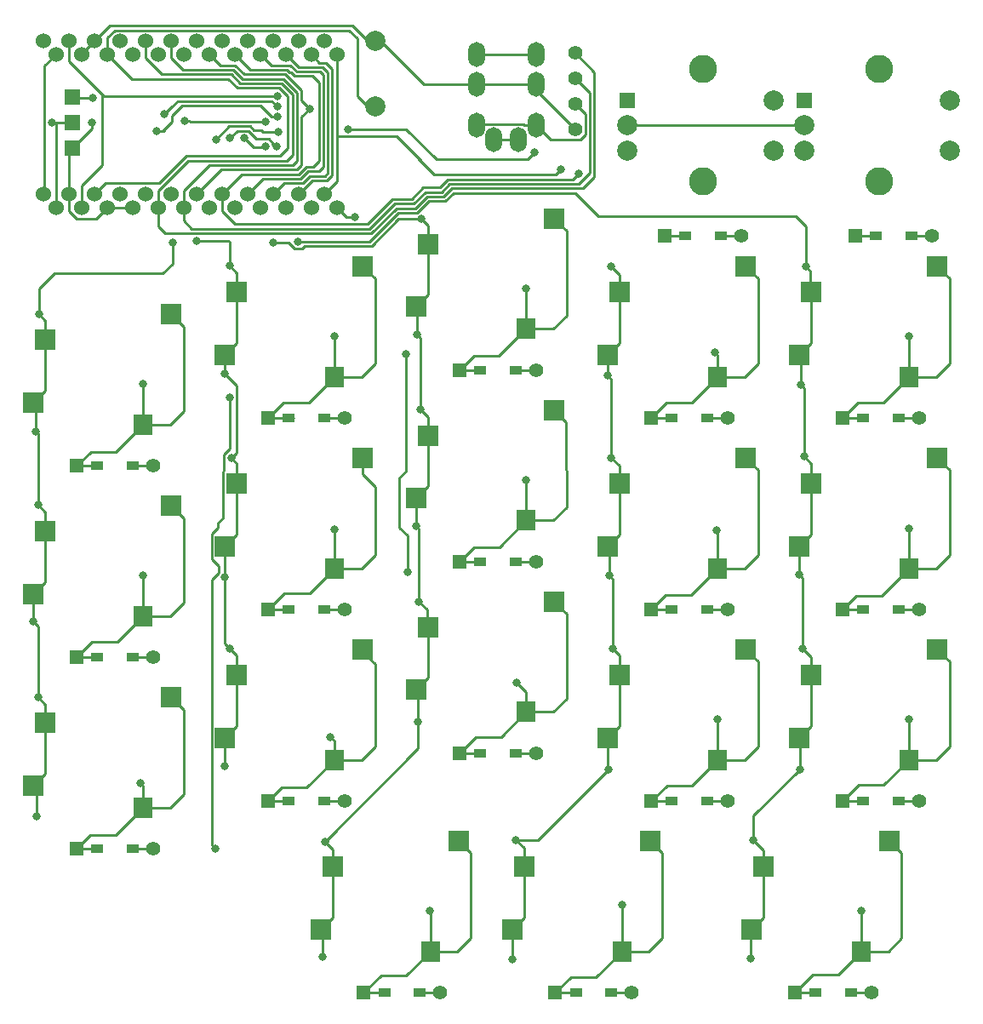
<source format=gbl>
G04 #@! TF.GenerationSoftware,KiCad,Pcbnew,(5.1.6-0-10_14)*
G04 #@! TF.CreationDate,2022-07-31T09:25:34+09:00*
G04 #@! TF.ProjectId,cool536,636f6f6c-3533-4362-9e6b-696361645f70,rev?*
G04 #@! TF.SameCoordinates,Original*
G04 #@! TF.FileFunction,Copper,L2,Bot*
G04 #@! TF.FilePolarity,Positive*
%FSLAX46Y46*%
G04 Gerber Fmt 4.6, Leading zero omitted, Abs format (unit mm)*
G04 Created by KiCad (PCBNEW (5.1.6-0-10_14)) date 2022-07-31 09:25:34*
%MOMM*%
%LPD*%
G01*
G04 APERTURE LIST*
G04 #@! TA.AperFunction,SMDPad,CuDef*
%ADD10R,2.000000X2.000000*%
G04 #@! TD*
G04 #@! TA.AperFunction,SMDPad,CuDef*
%ADD11R,1.900000X2.000000*%
G04 #@! TD*
G04 #@! TA.AperFunction,ComponentPad*
%ADD12C,2.000000*%
G04 #@! TD*
G04 #@! TA.AperFunction,SMDPad,CuDef*
%ADD13R,1.300000X0.950000*%
G04 #@! TD*
G04 #@! TA.AperFunction,ComponentPad*
%ADD14C,1.397000*%
G04 #@! TD*
G04 #@! TA.AperFunction,ComponentPad*
%ADD15R,1.397000X1.397000*%
G04 #@! TD*
G04 #@! TA.AperFunction,ComponentPad*
%ADD16O,1.700000X2.500000*%
G04 #@! TD*
G04 #@! TA.AperFunction,ComponentPad*
%ADD17R,1.500000X1.500000*%
G04 #@! TD*
G04 #@! TA.AperFunction,ComponentPad*
%ADD18C,2.800000*%
G04 #@! TD*
G04 #@! TA.AperFunction,SMDPad,CuDef*
%ADD19R,1.524000X1.524000*%
G04 #@! TD*
G04 #@! TA.AperFunction,ComponentPad*
%ADD20C,1.524000*%
G04 #@! TD*
G04 #@! TA.AperFunction,ViaPad*
%ADD21C,0.800000*%
G04 #@! TD*
G04 #@! TA.AperFunction,Conductor*
%ADD22C,0.250000*%
G04 #@! TD*
G04 APERTURE END LIST*
D10*
X93250000Y-91790000D03*
X80750000Y-94330000D03*
D11*
X90450000Y-102770000D03*
D10*
X79550000Y-100570000D03*
X41450000Y-91045000D03*
D11*
X52350000Y-93245000D03*
D10*
X42650000Y-84805000D03*
X55150000Y-82265000D03*
X74200000Y-77502500D03*
X61700000Y-80042500D03*
D11*
X71400000Y-88482500D03*
D10*
X60500000Y-86282500D03*
D12*
X75460000Y-36040000D03*
X75460000Y-42540000D03*
D13*
X70375000Y-73532499D03*
D14*
X72410000Y-73532499D03*
D15*
X64790000Y-73532499D03*
D13*
X66825000Y-73532499D03*
D16*
X87250000Y-45870000D03*
X91450000Y-44370000D03*
X91450000Y-40370000D03*
X91450000Y-37370000D03*
X85500000Y-40370000D03*
X85500000Y-37370000D03*
X89700000Y-45870000D03*
X85500000Y-44370000D03*
D10*
X112300000Y-77502500D03*
X99800000Y-80042500D03*
D11*
X109500000Y-88482500D03*
D10*
X98600000Y-86282500D03*
X89075000Y-124382500D03*
D11*
X99975000Y-126582500D03*
D10*
X90275000Y-118142500D03*
X102775000Y-115602500D03*
X70025000Y-124382500D03*
D11*
X80925000Y-126582500D03*
D10*
X71225000Y-118142500D03*
X83725000Y-115602500D03*
X131350000Y-96552500D03*
X118850000Y-99092500D03*
D11*
X128550000Y-107532500D03*
D10*
X117650000Y-105332500D03*
X131350000Y-58452499D03*
X118850000Y-60992499D03*
D11*
X128550000Y-69432499D03*
D10*
X117650000Y-67232499D03*
X60500000Y-105332500D03*
D11*
X71400000Y-107532500D03*
D10*
X61700000Y-99092500D03*
X74200000Y-96552500D03*
X112300000Y-96552500D03*
X99800000Y-99092500D03*
D11*
X109500000Y-107532500D03*
D10*
X98600000Y-105332500D03*
X131350000Y-77502500D03*
X118850000Y-80042500D03*
D11*
X128550000Y-88482500D03*
D10*
X117650000Y-86282500D03*
X55150000Y-101315000D03*
X42650000Y-103855000D03*
D11*
X52350000Y-112295000D03*
D10*
X41450000Y-110095000D03*
X93250000Y-72740000D03*
X80750000Y-75280000D03*
D11*
X90450000Y-83720000D03*
D10*
X79550000Y-81520000D03*
D13*
X108475000Y-92582500D03*
D14*
X110510000Y-92582500D03*
D15*
X102890000Y-92582500D03*
D13*
X104925000Y-92582500D03*
X127525000Y-92582500D03*
D14*
X129560000Y-92582500D03*
D15*
X121940000Y-92582500D03*
D13*
X123975000Y-92582500D03*
X98950000Y-130682500D03*
D14*
X100985000Y-130682500D03*
D15*
X93365000Y-130682500D03*
D13*
X95400000Y-130682500D03*
X122763000Y-130682500D03*
D14*
X124798000Y-130682500D03*
D15*
X117178000Y-130682500D03*
D13*
X119213000Y-130682500D03*
D14*
X111830000Y-55420000D03*
D15*
X104210000Y-55420000D03*
D13*
X106245000Y-55420000D03*
X109795000Y-55420000D03*
D14*
X130870000Y-55400000D03*
D15*
X123250000Y-55400000D03*
D13*
X125285000Y-55400000D03*
X128835000Y-55400000D03*
D17*
X118090000Y-41910000D03*
D12*
X118090000Y-44410000D03*
X118090000Y-46910000D03*
D18*
X125590000Y-38810000D03*
X125590000Y-50010000D03*
D12*
X132590000Y-41910000D03*
X132590000Y-46910000D03*
D17*
X100560000Y-41910000D03*
D12*
X100560000Y-44410000D03*
X100560000Y-46910000D03*
D18*
X108060000Y-38810000D03*
X108060000Y-50010000D03*
D12*
X115060000Y-41910000D03*
X115060000Y-46910000D03*
D13*
X51325000Y-116395000D03*
D14*
X53360000Y-116395000D03*
D15*
X45740000Y-116395000D03*
D13*
X47775000Y-116395000D03*
D19*
X45300000Y-46680000D03*
X45300000Y-44140000D03*
X45300000Y-41600000D03*
D13*
X89425000Y-68770000D03*
D14*
X91460000Y-68770000D03*
D15*
X83840000Y-68770000D03*
D13*
X85875000Y-68770000D03*
X108475000Y-73532499D03*
D14*
X110510000Y-73532499D03*
D15*
X102890000Y-73532499D03*
D13*
X104925000Y-73532499D03*
X51325000Y-97345000D03*
D14*
X53360000Y-97345000D03*
D15*
X45740000Y-97345000D03*
D13*
X47775000Y-97345000D03*
X127525000Y-73532499D03*
D14*
X129560000Y-73532499D03*
D15*
X121940000Y-73532499D03*
D13*
X123975000Y-73532499D03*
X89425000Y-87820000D03*
D14*
X91460000Y-87820000D03*
D15*
X83840000Y-87820000D03*
D13*
X85875000Y-87820000D03*
X70375000Y-92582500D03*
D14*
X72410000Y-92582500D03*
D15*
X64790000Y-92582500D03*
D13*
X66825000Y-92582500D03*
X70375000Y-111632500D03*
D14*
X72410000Y-111632500D03*
D15*
X64790000Y-111632500D03*
D13*
X66825000Y-111632500D03*
X89425000Y-106870000D03*
D14*
X91460000Y-106870000D03*
D15*
X83840000Y-106870000D03*
D13*
X85875000Y-106870000D03*
X108475000Y-111632500D03*
D14*
X110510000Y-111632500D03*
D15*
X102890000Y-111632500D03*
D13*
X104925000Y-111632500D03*
X127525000Y-111632500D03*
D14*
X129560000Y-111632500D03*
D15*
X121940000Y-111632500D03*
D13*
X123975000Y-111632500D03*
X79900000Y-130682500D03*
D14*
X81935000Y-130682500D03*
D15*
X74315000Y-130682500D03*
D13*
X76350000Y-130682500D03*
D14*
X95330000Y-44820000D03*
X95330000Y-42280000D03*
X95330000Y-39740000D03*
X95330000Y-37200000D03*
D20*
X43692000Y-37360000D03*
X46232000Y-37360000D03*
X48772000Y-37360000D03*
X51312000Y-37360000D03*
X53852000Y-37360000D03*
X56392000Y-37360000D03*
X58932000Y-37360000D03*
X61472000Y-37360000D03*
X64012000Y-37360000D03*
X66552000Y-37360000D03*
X69092000Y-37360000D03*
X71632000Y-37360000D03*
X71632000Y-52600000D03*
X69092000Y-52600000D03*
X66552000Y-52600000D03*
X64012000Y-52600000D03*
X61472000Y-52600000D03*
X58932000Y-52600000D03*
X56392000Y-52600000D03*
X53852000Y-52600000D03*
X51312000Y-52600000D03*
X48772000Y-52600000D03*
X46232000Y-52600000D03*
X43692000Y-52600000D03*
X42422000Y-36053600D03*
X44962000Y-36053600D03*
X47502000Y-36053600D03*
X50042000Y-36053600D03*
X52582000Y-36053600D03*
X55122000Y-36053600D03*
X57662000Y-36053600D03*
X60202000Y-36053600D03*
X62742000Y-36053600D03*
X65282000Y-36053600D03*
X67822000Y-36053600D03*
X70362000Y-36053600D03*
X70362000Y-51273600D03*
X67822000Y-51273600D03*
X65282000Y-51273600D03*
X62742000Y-51273600D03*
X60202000Y-51273600D03*
X57662000Y-51273600D03*
X55122000Y-51273600D03*
X52582000Y-51273600D03*
X50042000Y-51273600D03*
X47502000Y-51273600D03*
X44962000Y-51273600D03*
X42422000Y-51273600D03*
D13*
X51325000Y-78295000D03*
D14*
X53360000Y-78295000D03*
D15*
X45740000Y-78295000D03*
D13*
X47775000Y-78295000D03*
D10*
X126588000Y-115602500D03*
X114088000Y-118142500D03*
D11*
X123788000Y-126582500D03*
D10*
X112888000Y-124382500D03*
X60500000Y-67232499D03*
D11*
X71400000Y-69432499D03*
D10*
X61700000Y-60992499D03*
X74200000Y-58452499D03*
X79550000Y-62470000D03*
D11*
X90450000Y-64670000D03*
D10*
X80750000Y-56230000D03*
X93250000Y-53690000D03*
X98600000Y-67232499D03*
D11*
X109500000Y-69432499D03*
D10*
X99800000Y-60992499D03*
X112300000Y-58452499D03*
X41450000Y-71995000D03*
D11*
X52350000Y-74195000D03*
D10*
X42650000Y-65755000D03*
X55150000Y-63215000D03*
D21*
X52350001Y-70169999D03*
X71387498Y-65407498D03*
X90475001Y-60644999D03*
X109240000Y-67020000D03*
X128577498Y-65407498D03*
X52309999Y-89219999D03*
X71400000Y-84650000D03*
X90474999Y-79694999D03*
X109425000Y-84695000D03*
X128550000Y-84490000D03*
X52101999Y-109841999D03*
X70995749Y-105235749D03*
X89515000Y-99815000D03*
X109467499Y-103507499D03*
X128527499Y-103507499D03*
X80917499Y-122557499D03*
X99987501Y-121957501D03*
X123767499Y-122557499D03*
X73450000Y-53534990D03*
X78643501Y-88843501D03*
X78500000Y-67200000D03*
X60970000Y-71460000D03*
X59525000Y-116395000D03*
X95667158Y-49202842D03*
X53700000Y-44970000D03*
X65700102Y-43535359D03*
X47340000Y-41670000D03*
X47260000Y-44110000D03*
X65745552Y-41536497D03*
X43280000Y-44140000D03*
X64520000Y-44020000D03*
X72770000Y-44780000D03*
X91280000Y-47094980D03*
X56490000Y-43990000D03*
X65835858Y-45054142D03*
X59590000Y-45800000D03*
X54470000Y-43266990D03*
X41940000Y-101330000D03*
X41700000Y-74880000D03*
X55300000Y-56060000D03*
X41390000Y-93730000D03*
X41900000Y-82150000D03*
X65697833Y-42535360D03*
X42000000Y-63210000D03*
X41730000Y-113190000D03*
X65630000Y-46540000D03*
X60990000Y-45695000D03*
X64520000Y-46500000D03*
X62380000Y-45695000D03*
X68910000Y-42780000D03*
X60510000Y-89360000D03*
X60980000Y-96430000D03*
X60950000Y-58380000D03*
X61120000Y-77540000D03*
X60510000Y-108180000D03*
X57710000Y-55885010D03*
X60490000Y-69080000D03*
X70220000Y-127080000D03*
X79550000Y-84250000D03*
X79810000Y-91790000D03*
X79700000Y-103740000D03*
X65280000Y-56100000D03*
X80070000Y-53740000D03*
X70450000Y-115660000D03*
X79610000Y-65240000D03*
X79910000Y-72670000D03*
X117750000Y-70210000D03*
X118100000Y-77360000D03*
X67790000Y-55960000D03*
X117620000Y-89120000D03*
X113070000Y-115480000D03*
X112830000Y-127280000D03*
X117670000Y-108450000D03*
X118262499Y-58452499D03*
X117960000Y-96450000D03*
X93905000Y-48815000D03*
X89470000Y-115510000D03*
X99100000Y-96470000D03*
X98710000Y-89200000D03*
X98952500Y-77502500D03*
X98640000Y-108520000D03*
X98900000Y-58420000D03*
X98590000Y-69330000D03*
X89050000Y-127360000D03*
D22*
X55051002Y-74195000D02*
X56375001Y-72871001D01*
X56375001Y-64440001D02*
X55150000Y-63215000D01*
X52350000Y-74195000D02*
X55051002Y-74195000D01*
X56375001Y-72871001D02*
X56375001Y-64440001D01*
X52350000Y-74195000D02*
X49665000Y-76880000D01*
X47155000Y-76880000D02*
X45740000Y-78295000D01*
X49665000Y-76880000D02*
X47155000Y-76880000D01*
X45740000Y-78295000D02*
X47775000Y-78295000D01*
X52350001Y-72944999D02*
X52350001Y-70169999D01*
X52350000Y-74195000D02*
X52350001Y-72944999D01*
X71400000Y-69432499D02*
X68862499Y-71970000D01*
X68862499Y-71970000D02*
X66352499Y-71970000D01*
X66352499Y-71970000D02*
X64790000Y-73532499D01*
X64790000Y-73532499D02*
X67337501Y-73532499D01*
X74200000Y-58452499D02*
X75425001Y-59677500D01*
X75425001Y-59677500D02*
X75425001Y-68108500D01*
X74101002Y-69432499D02*
X71400000Y-69432499D01*
X75425001Y-68108500D02*
X74101002Y-69432499D01*
X71400000Y-69432499D02*
X71400000Y-65420000D01*
X71400000Y-65420000D02*
X71387498Y-65407498D01*
X94475001Y-63346001D02*
X93151002Y-64670000D01*
X94475001Y-54915001D02*
X94475001Y-63346001D01*
X93250000Y-53690000D02*
X94475001Y-54915001D01*
X93151002Y-64670000D02*
X90450000Y-64670000D01*
X90450000Y-60670000D02*
X90475001Y-60644999D01*
X90450000Y-64670000D02*
X90450000Y-60670000D01*
X87760000Y-67360000D02*
X85250000Y-67360000D01*
X85250000Y-67360000D02*
X83840000Y-68770000D01*
X90450000Y-64670000D02*
X87760000Y-67360000D01*
X83840000Y-68770000D02*
X85875000Y-68770000D01*
X104432499Y-71990000D02*
X102890000Y-73532499D01*
X102890000Y-73532499D02*
X104925000Y-73532499D01*
X106942499Y-71990000D02*
X104432499Y-71990000D01*
X109500000Y-69432499D02*
X106942499Y-71990000D01*
X113525001Y-59677500D02*
X113525001Y-68108500D01*
X112300000Y-58452499D02*
X113525001Y-59677500D01*
X113525001Y-68108500D02*
X112201002Y-69432499D01*
X112201002Y-69432499D02*
X109500000Y-69432499D01*
X109500000Y-67280000D02*
X109240000Y-67020000D01*
X109500000Y-69432499D02*
X109500000Y-67280000D01*
X128550000Y-65434996D02*
X128577498Y-65407498D01*
X128550000Y-69432499D02*
X128550000Y-65434996D01*
X131350000Y-58452499D02*
X132575001Y-59677500D01*
X131251002Y-69432499D02*
X128550000Y-69432499D01*
X132575001Y-59677500D02*
X132575001Y-68108500D01*
X121940000Y-73532499D02*
X123975000Y-73532499D01*
X132575001Y-68108500D02*
X131251002Y-69432499D01*
X123462499Y-72010000D02*
X121940000Y-73532499D01*
X128550000Y-69432499D02*
X125972499Y-72010000D01*
X125972499Y-72010000D02*
X123462499Y-72010000D01*
X55051002Y-93245000D02*
X52350000Y-93245000D01*
X56375001Y-91921001D02*
X55051002Y-93245000D01*
X56375001Y-83490001D02*
X56375001Y-91921001D01*
X55150000Y-82265000D02*
X56375001Y-83490001D01*
X52350000Y-93245000D02*
X52350000Y-89260000D01*
X52350000Y-89260000D02*
X52309999Y-89219999D01*
X45740000Y-97345000D02*
X47775000Y-97345000D01*
X47265000Y-95820000D02*
X45740000Y-97345000D01*
X49775000Y-95820000D02*
X47265000Y-95820000D01*
X52350000Y-93245000D02*
X49775000Y-95820000D01*
X64790000Y-92582500D02*
X66825000Y-92582500D01*
X71400000Y-88482500D02*
X71400000Y-84650000D01*
X68902500Y-90980000D02*
X66392500Y-90980000D01*
X66392500Y-90980000D02*
X64790000Y-92582500D01*
X74200000Y-77502500D02*
X74200000Y-79131498D01*
X74101002Y-88482500D02*
X71400000Y-88482500D01*
X74200000Y-79131498D02*
X75425001Y-80356499D01*
X75425001Y-80356499D02*
X75425001Y-87158501D01*
X75425001Y-87158501D02*
X74101002Y-88482500D01*
X71400000Y-88482500D02*
X68902500Y-90980000D01*
X83840000Y-87820000D02*
X85875000Y-87820000D01*
X85270000Y-86390000D02*
X83840000Y-87820000D01*
X87780000Y-86390000D02*
X85270000Y-86390000D01*
X93250000Y-72740000D02*
X94425001Y-73915001D01*
X94425001Y-73915001D02*
X94425001Y-78704999D01*
X94475001Y-78754999D02*
X94475001Y-82396001D01*
X94425001Y-78704999D02*
X94475001Y-78754999D01*
X94475001Y-82396001D02*
X93151002Y-83720000D01*
X93151002Y-83720000D02*
X90450000Y-83720000D01*
X90450000Y-83720000D02*
X87780000Y-86390000D01*
X90450000Y-83720000D02*
X90450000Y-79719998D01*
X90450000Y-79719998D02*
X90474999Y-79694999D01*
X109500000Y-84770000D02*
X109425000Y-84695000D01*
X106842500Y-91140000D02*
X104332500Y-91140000D01*
X104332500Y-91140000D02*
X102890000Y-92582500D01*
X113525001Y-87158501D02*
X112201002Y-88482500D01*
X112300000Y-77502500D02*
X113525001Y-78727501D01*
X113525001Y-78727501D02*
X113525001Y-87158501D01*
X112201002Y-88482500D02*
X109500000Y-88482500D01*
X102890000Y-92582500D02*
X104925000Y-92582500D01*
X109500000Y-88482500D02*
X106842500Y-91140000D01*
X109500000Y-88482500D02*
X109500000Y-84770000D01*
X128550000Y-88482500D02*
X125842500Y-91190000D01*
X121940000Y-92582500D02*
X123975000Y-92582500D01*
X125842500Y-91190000D02*
X123332500Y-91190000D01*
X123332500Y-91190000D02*
X121940000Y-92582500D01*
X132575001Y-87158501D02*
X131251002Y-88482500D01*
X132575001Y-78727501D02*
X132575001Y-87158501D01*
X131350000Y-77502500D02*
X132575001Y-78727501D01*
X131251002Y-88482500D02*
X128550000Y-88482500D01*
X128550000Y-88482500D02*
X128550000Y-84490000D01*
X56375001Y-110971001D02*
X55051002Y-112295000D01*
X55051002Y-112295000D02*
X52350000Y-112295000D01*
X56375001Y-102540001D02*
X56375001Y-110971001D01*
X55150000Y-101315000D02*
X56375001Y-102540001D01*
X49595000Y-115050000D02*
X47085000Y-115050000D01*
X47085000Y-115050000D02*
X45740000Y-116395000D01*
X52350000Y-110090000D02*
X52101999Y-109841999D01*
X52350000Y-112295000D02*
X52350000Y-110090000D01*
X45740000Y-116395000D02*
X47775000Y-116395000D01*
X52350000Y-112295000D02*
X49595000Y-115050000D01*
X66132500Y-110290000D02*
X64790000Y-111632500D01*
X68642500Y-110290000D02*
X66132500Y-110290000D01*
X71400000Y-107532500D02*
X68642500Y-110290000D01*
X74101002Y-107532500D02*
X71400000Y-107532500D01*
X74200000Y-96790000D02*
X75425001Y-98015001D01*
X75425001Y-98015001D02*
X75425001Y-106208501D01*
X75425001Y-106208501D02*
X74101002Y-107532500D01*
X74200000Y-96552500D02*
X74200000Y-96790000D01*
X64790000Y-111632500D02*
X66825000Y-111632500D01*
X71400000Y-107532500D02*
X71400000Y-105640000D01*
X71400000Y-105640000D02*
X70995749Y-105235749D01*
X90450000Y-100750000D02*
X89515000Y-99815000D01*
X90450000Y-102770000D02*
X90450000Y-100750000D01*
X83840000Y-106870000D02*
X85875000Y-106870000D01*
X87960000Y-105260000D02*
X85450000Y-105260000D01*
X94475001Y-101446001D02*
X93151002Y-102770000D01*
X93151002Y-102770000D02*
X90450000Y-102770000D01*
X93250000Y-91790000D02*
X94475001Y-93015001D01*
X94475001Y-93015001D02*
X94475001Y-101446001D01*
X85450000Y-105260000D02*
X83840000Y-106870000D01*
X90450000Y-102770000D02*
X87960000Y-105260000D01*
X109500000Y-107532500D02*
X109500000Y-103540000D01*
X109500000Y-103540000D02*
X109467499Y-103507499D01*
X102890000Y-111632500D02*
X104925000Y-111632500D01*
X109500000Y-107532500D02*
X106972500Y-110060000D01*
X112201002Y-107532500D02*
X109500000Y-107532500D01*
X112300000Y-96552500D02*
X113525001Y-97777501D01*
X113525001Y-106208501D02*
X112201002Y-107532500D01*
X113525001Y-97777501D02*
X113525001Y-106208501D01*
X104462500Y-110060000D02*
X102890000Y-111632500D01*
X106972500Y-110060000D02*
X104462500Y-110060000D01*
X128550000Y-107532500D02*
X128550000Y-103530000D01*
X128550000Y-103530000D02*
X128527499Y-103507499D01*
X128550000Y-107532500D02*
X126042500Y-110040000D01*
X121940000Y-111632500D02*
X123975000Y-111632500D01*
X123532500Y-110040000D02*
X121940000Y-111632500D01*
X132575001Y-97777501D02*
X132575001Y-106208501D01*
X132575001Y-106208501D02*
X131251002Y-107532500D01*
X126042500Y-110040000D02*
X123532500Y-110040000D01*
X131350000Y-96552500D02*
X132575001Y-97777501D01*
X131251002Y-107532500D02*
X128550000Y-107532500D01*
X80925000Y-126582500D02*
X80925000Y-122565000D01*
X80925000Y-122565000D02*
X80917499Y-122557499D01*
X76037500Y-128960000D02*
X74315000Y-130682500D01*
X80925000Y-126582500D02*
X78547500Y-128960000D01*
X78547500Y-128960000D02*
X76037500Y-128960000D01*
X83725000Y-115602500D02*
X84950001Y-116827501D01*
X83626002Y-126582500D02*
X80925000Y-126582500D01*
X84950001Y-125258501D02*
X83626002Y-126582500D01*
X84950001Y-116827501D02*
X84950001Y-125258501D01*
X74315000Y-130682500D02*
X76350000Y-130682500D01*
X93365000Y-130682500D02*
X95400000Y-130682500D01*
X99975000Y-121970002D02*
X99987501Y-121957501D01*
X99975000Y-126582500D02*
X99975000Y-121970002D01*
X94907500Y-129140000D02*
X93365000Y-130682500D01*
X99975000Y-126582500D02*
X97417500Y-129140000D01*
X97417500Y-129140000D02*
X94907500Y-129140000D01*
X102676002Y-126582500D02*
X99975000Y-126582500D01*
X104000001Y-116827501D02*
X104000001Y-125258501D01*
X104000001Y-125258501D02*
X102676002Y-126582500D01*
X102775000Y-115602500D02*
X104000001Y-116827501D01*
X127813001Y-116827501D02*
X127813001Y-125258501D01*
X127813001Y-125258501D02*
X126489002Y-126582500D01*
X126588000Y-115602500D02*
X127813001Y-116827501D01*
X126489002Y-126582500D02*
X123788000Y-126582500D01*
X123788000Y-122578000D02*
X123767499Y-122557499D01*
X123788000Y-126582500D02*
X123788000Y-122578000D01*
X121510500Y-128860000D02*
X119000500Y-128860000D01*
X119000500Y-128860000D02*
X117178000Y-130682500D01*
X117178000Y-130682500D02*
X119213000Y-130682500D01*
X123788000Y-126582500D02*
X121510500Y-128860000D01*
X106245000Y-55420000D02*
X104210000Y-55420000D01*
X125285000Y-55400000D02*
X123250000Y-55400000D01*
X75460000Y-42540000D02*
X74670000Y-42540000D01*
X48772000Y-35714838D02*
X48772000Y-37360000D01*
X49520239Y-34966599D02*
X48772000Y-35714838D01*
X60847031Y-39797031D02*
X51209030Y-39797030D01*
X66761920Y-41527560D02*
X65931409Y-40697049D01*
X53963829Y-50186599D02*
X56663889Y-47486539D01*
X47502000Y-51273600D02*
X48589001Y-50186599D01*
X48589001Y-50186599D02*
X53963829Y-50186599D01*
X66761920Y-46718080D02*
X66761920Y-41527560D01*
X56663889Y-47486539D02*
X65993461Y-47486539D01*
X61747049Y-40697049D02*
X60847031Y-39797031D01*
X65931409Y-40697049D02*
X61747049Y-40697049D01*
X51209030Y-39797030D02*
X48772000Y-37360000D01*
X65993461Y-47486539D02*
X66761920Y-46718080D01*
X72836599Y-34966599D02*
X49520239Y-34966599D01*
X73660000Y-41530000D02*
X73660000Y-35790000D01*
X73660000Y-35790000D02*
X72836599Y-34966599D01*
X74670000Y-42540000D02*
X73660000Y-41530000D01*
X51325000Y-78295000D02*
X53360000Y-78295000D01*
X71632000Y-52600000D02*
X72542000Y-53510000D01*
X70375000Y-73532499D02*
X72410000Y-73532499D01*
X127525000Y-73532499D02*
X129560000Y-73532499D01*
X108475000Y-73532499D02*
X110510000Y-73532499D01*
X89425000Y-68770000D02*
X91460000Y-68770000D01*
X73425010Y-53510000D02*
X73450000Y-53534990D01*
X72542000Y-53510000D02*
X73425010Y-53510000D01*
X108475000Y-92582500D02*
X110510000Y-92582500D01*
X89425000Y-87820000D02*
X91460000Y-87820000D01*
X78500000Y-67200000D02*
X78500000Y-78850000D01*
X77860000Y-84450000D02*
X78643501Y-85233501D01*
X78643501Y-85233501D02*
X78643501Y-88843501D01*
X127525000Y-92582500D02*
X129560000Y-92582500D01*
X70375000Y-92582500D02*
X72410000Y-92582500D01*
X78500000Y-78850000D02*
X77860000Y-79490000D01*
X77860000Y-79490000D02*
X77860000Y-84450000D01*
X51325000Y-97345000D02*
X53360000Y-97345000D01*
X70281970Y-48558030D02*
X70281970Y-39371970D01*
X68047001Y-49736589D02*
X68773600Y-49009990D01*
X70281970Y-39371970D02*
X69990009Y-39080009D01*
X68773600Y-49009990D02*
X69830010Y-49009990D01*
X69990009Y-39080009D02*
X67635598Y-39080008D01*
X67635598Y-39080008D02*
X67002591Y-38447001D01*
X64279011Y-49736589D02*
X68047001Y-49736589D01*
X67002591Y-38447001D02*
X65099001Y-38447001D01*
X62742000Y-51273600D02*
X64279011Y-49736589D01*
X65099001Y-38447001D02*
X64012000Y-37360000D01*
X69830010Y-49009990D02*
X70281970Y-48558030D01*
X108475000Y-111632500D02*
X110510000Y-111632500D01*
X59773749Y-83986251D02*
X60340000Y-83420000D01*
X59773749Y-84423749D02*
X59174999Y-85022499D01*
X59773749Y-84423749D02*
X59773749Y-83986251D01*
X60340000Y-78917498D02*
X60340000Y-83420000D01*
X89425000Y-106870000D02*
X91460000Y-106870000D01*
X51325000Y-116395000D02*
X53360000Y-116395000D01*
X60394999Y-77185001D02*
X60394999Y-78762499D01*
X59860000Y-88936998D02*
X59174999Y-89621999D01*
X60394999Y-78762499D02*
X60290000Y-78867498D01*
X59860000Y-88227502D02*
X59860000Y-88936998D01*
X59174999Y-87542501D02*
X59860000Y-88227502D01*
X59174999Y-85022499D02*
X59174999Y-87542501D01*
X60970000Y-76610000D02*
X60394999Y-77185001D01*
X59174999Y-116044999D02*
X59525000Y-116395000D01*
X59174999Y-89621999D02*
X59174999Y-116044999D01*
X127525000Y-111632500D02*
X129560000Y-111632500D01*
X70375000Y-111632500D02*
X72410000Y-111632500D01*
X60290000Y-78867498D02*
X60340000Y-78917498D01*
X60970000Y-71460000D02*
X60970000Y-76610000D01*
X60202000Y-52938762D02*
X61523228Y-54259990D01*
X61523228Y-54259990D02*
X74693600Y-54259990D01*
X74693600Y-54259990D02*
X77192210Y-51761380D01*
X77192210Y-51761380D02*
X79066388Y-51761380D01*
X60202000Y-51273600D02*
X60202000Y-52938762D01*
X79066388Y-51761380D02*
X80237768Y-50590000D01*
X80237768Y-50590000D02*
X81873590Y-50590000D01*
X81873590Y-50590000D02*
X82672210Y-49791380D01*
X82672210Y-49791380D02*
X95078620Y-49791380D01*
X95078620Y-49791380D02*
X95667158Y-49202842D01*
X98950000Y-130682500D02*
X100985000Y-130682500D01*
X68587200Y-48559980D02*
X69260020Y-48559980D01*
X63009011Y-38897011D02*
X61472000Y-37360000D01*
X66677011Y-38897011D02*
X63009011Y-38897011D01*
X69831960Y-40181960D02*
X69180018Y-39530018D01*
X67860601Y-49286579D02*
X68587200Y-48559980D01*
X67449197Y-39530017D02*
X67069180Y-39150000D01*
X69180018Y-39530018D02*
X67449197Y-39530017D01*
X69831960Y-47988040D02*
X69831960Y-40181960D01*
X67069180Y-39150000D02*
X66930000Y-39150000D01*
X69260020Y-48559980D02*
X69831960Y-47988040D01*
X66930000Y-39150000D02*
X66677011Y-38897011D01*
X62189021Y-49286579D02*
X67860601Y-49286579D01*
X60202000Y-51273600D02*
X62189021Y-49286579D01*
X79900000Y-130682500D02*
X81935000Y-130682500D01*
X122763000Y-130682500D02*
X124798000Y-130682500D01*
X130870000Y-55400000D02*
X128835000Y-55400000D01*
X111830000Y-55420000D02*
X109795000Y-55420000D01*
X87250000Y-45870000D02*
X89700000Y-45870000D01*
X91450000Y-44370000D02*
X90261715Y-44370000D01*
X90261715Y-44370000D02*
X90186705Y-44294990D01*
X90186705Y-44294990D02*
X85575010Y-44294990D01*
X85575010Y-44294990D02*
X85500000Y-44370000D01*
X95821281Y-45843501D02*
X92923501Y-45843501D01*
X92923501Y-45843501D02*
X91450000Y-44370000D01*
X64035575Y-42436517D02*
X56253483Y-42436517D01*
X65700102Y-43535359D02*
X65134417Y-43535359D01*
X65134417Y-43535359D02*
X64035575Y-42436517D01*
X53700000Y-44970000D02*
X54450000Y-44970000D01*
X54265685Y-44970000D02*
X53700000Y-44970000D01*
X55195001Y-44040684D02*
X54265685Y-44970000D01*
X56253483Y-42436517D02*
X55195001Y-43494999D01*
X55195001Y-43494999D02*
X55195001Y-44040684D01*
X96353501Y-43303501D02*
X96353501Y-45311281D01*
X95330000Y-42280000D02*
X96353501Y-43303501D01*
X96353501Y-45311281D02*
X95821281Y-45843501D01*
X47340000Y-41670000D02*
X45370000Y-41670000D01*
X45370000Y-41670000D02*
X45300000Y-41600000D01*
X91450000Y-40370000D02*
X91450000Y-40940000D01*
X91450000Y-40940000D02*
X95330000Y-44820000D01*
X85500000Y-40370000D02*
X91450000Y-40370000D01*
X80270000Y-40370000D02*
X75940000Y-36040000D01*
X75940000Y-36040000D02*
X75460000Y-36040000D01*
X85500000Y-40370000D02*
X80270000Y-40370000D01*
X73206590Y-34516590D02*
X74730000Y-36040000D01*
X74730000Y-36040000D02*
X75460000Y-36040000D01*
X49039010Y-34516590D02*
X73016590Y-34516590D01*
X73016590Y-34516590D02*
X73206590Y-34516590D01*
X118090000Y-44410000D02*
X100560000Y-44410000D01*
X48772000Y-52600000D02*
X51312000Y-52600000D01*
X46232000Y-37323600D02*
X47502000Y-36053600D01*
X46232000Y-37360000D02*
X46232000Y-37323600D01*
X47502000Y-36053600D02*
X49039010Y-34516590D01*
X44962000Y-51273600D02*
X44962000Y-49912000D01*
X44962000Y-49912000D02*
X44962000Y-47018000D01*
X45710239Y-53687001D02*
X47684999Y-53687001D01*
X47684999Y-53687001D02*
X48772000Y-52600000D01*
X44962000Y-51273600D02*
X44962000Y-52938762D01*
X44962000Y-52938762D02*
X45710239Y-53687001D01*
X45300000Y-46680000D02*
X47260000Y-44720000D01*
X47260000Y-44720000D02*
X47260000Y-44110000D01*
X44962000Y-47018000D02*
X45300000Y-46680000D01*
X85500000Y-37370000D02*
X91450000Y-37370000D01*
X48321990Y-48348010D02*
X48321990Y-42541990D01*
X48321990Y-42541990D02*
X48321990Y-41391990D01*
X44962000Y-38032000D02*
X44962000Y-36053600D01*
X46232000Y-52600000D02*
X46232000Y-50438000D01*
X46232000Y-50438000D02*
X48321990Y-48348010D01*
X48466497Y-41536497D02*
X48180000Y-41250000D01*
X65745552Y-41536497D02*
X48466497Y-41536497D01*
X48180000Y-41250000D02*
X44962000Y-38032000D01*
X48321990Y-41391990D02*
X48180000Y-41250000D01*
X43692000Y-45882000D02*
X43692000Y-44268000D01*
X43692000Y-45882000D02*
X43692000Y-45748000D01*
X43692000Y-52600000D02*
X43692000Y-45882000D01*
X43280000Y-44140000D02*
X43820000Y-44140000D01*
X43692000Y-44268000D02*
X43820000Y-44140000D01*
X43820000Y-44140000D02*
X45300000Y-44140000D01*
X95708610Y-50241390D02*
X96803511Y-49146489D01*
X96803511Y-49146489D02*
X96803511Y-41213511D01*
X79252788Y-52211390D02*
X80414198Y-51049980D01*
X96803511Y-41213511D02*
X95330000Y-39740000D01*
X55122000Y-37698762D02*
X55921619Y-38498381D01*
X67661940Y-47958060D02*
X67233441Y-48386559D01*
X67233441Y-48386559D02*
X58940279Y-48386559D01*
X61310601Y-38897011D02*
X62210620Y-39797030D01*
X67661940Y-41154760D02*
X67661940Y-47958060D01*
X56320249Y-38897011D02*
X61310601Y-38897011D01*
X55122000Y-36053600D02*
X55122000Y-37698762D01*
X58940279Y-48386559D02*
X56392000Y-50934838D01*
X66304211Y-39797031D02*
X67661940Y-41154760D01*
X62210620Y-39797030D02*
X66304211Y-39797031D01*
X55921619Y-38498381D02*
X56320249Y-38897011D01*
X56392000Y-50934838D02*
X56392000Y-52600000D01*
X55921619Y-38498381D02*
X55304999Y-37881761D01*
X56392000Y-52600000D02*
X56392000Y-53902000D01*
X56392000Y-53902000D02*
X57200000Y-54710000D01*
X57200000Y-54710000D02*
X74880000Y-54710000D01*
X74880000Y-54710000D02*
X77378610Y-52211390D01*
X80414198Y-51049980D02*
X82050020Y-51049980D01*
X82858610Y-50241390D02*
X95708610Y-50241390D01*
X77378610Y-52211390D02*
X79252788Y-52211390D01*
X82050020Y-51049980D02*
X82858610Y-50241390D01*
X77565010Y-52661400D02*
X79439188Y-52661400D01*
X53852000Y-54462000D02*
X54550010Y-55160010D01*
X82236420Y-51499990D02*
X83045010Y-50691400D01*
X75066400Y-55160010D02*
X77565010Y-52661400D01*
X79439188Y-52661400D02*
X80600598Y-51499990D01*
X54550010Y-55160010D02*
X75066400Y-55160010D01*
X53852000Y-52600000D02*
X53852000Y-54462000D01*
X80600598Y-51499990D02*
X82236420Y-51499990D01*
X83045010Y-50691400D02*
X96138600Y-50691400D01*
X96138600Y-50691400D02*
X97253520Y-49576480D01*
X97253520Y-49576480D02*
X97253521Y-39123521D01*
X97253521Y-39123521D02*
X95330000Y-37200000D01*
X67211930Y-47378070D02*
X67211930Y-41341160D01*
X67211930Y-41341160D02*
X66117810Y-40247040D01*
X53852000Y-52600000D02*
X53852000Y-50934838D01*
X66117810Y-40247040D02*
X62024219Y-40247039D01*
X56850289Y-47936549D02*
X66653451Y-47936549D01*
X54230259Y-39347021D02*
X52582000Y-37698762D01*
X52582000Y-37698762D02*
X52582000Y-36053600D01*
X66653451Y-47936549D02*
X67211930Y-47378070D01*
X53852000Y-50934838D02*
X56850289Y-47936549D01*
X62024219Y-40247039D02*
X61124201Y-39347021D01*
X61124201Y-39347021D02*
X54230259Y-39347021D01*
X90604980Y-47770000D02*
X81530000Y-47770000D01*
X72770000Y-44780000D02*
X78540000Y-44780000D01*
X78540000Y-44780000D02*
X81530000Y-47770000D01*
X64520000Y-44020000D02*
X57020000Y-44020000D01*
X91280000Y-47094980D02*
X90604980Y-47770000D01*
X56990000Y-43990000D02*
X57020000Y-44020000D01*
X56490000Y-43990000D02*
X56990000Y-43990000D01*
X60870010Y-44519990D02*
X59590000Y-45800000D01*
X63026402Y-44519990D02*
X60870010Y-44519990D01*
X65835858Y-45054142D02*
X64305858Y-45054142D01*
X63386412Y-44880000D02*
X63026402Y-44519990D01*
X64305858Y-45054142D02*
X64131716Y-44880000D01*
X64131716Y-44880000D02*
X63386412Y-44880000D01*
X42000000Y-60670000D02*
X43510000Y-59160000D01*
X65697833Y-42535360D02*
X65148980Y-41986507D01*
X41940000Y-101330000D02*
X41940000Y-94280000D01*
X41940000Y-94280000D02*
X41390000Y-93730000D01*
X55193495Y-42543495D02*
X54470000Y-43266990D01*
X55259519Y-42543495D02*
X55816507Y-41986507D01*
X55193495Y-42543495D02*
X55259519Y-42543495D01*
X65148980Y-41986507D02*
X55816507Y-41986507D01*
X41900000Y-75080000D02*
X41700000Y-74880000D01*
X41900000Y-82150000D02*
X41900000Y-75080000D01*
X55300000Y-58190000D02*
X55300000Y-56060000D01*
X54330000Y-59160000D02*
X55300000Y-58190000D01*
X41730000Y-110375000D02*
X41450000Y-110095000D01*
X41730000Y-113190000D02*
X41730000Y-110375000D01*
X41450000Y-91045000D02*
X41450000Y-93670000D01*
X41450000Y-93670000D02*
X41390000Y-93730000D01*
X42650000Y-82900000D02*
X41900000Y-82150000D01*
X42650000Y-84805000D02*
X42650000Y-82900000D01*
X42650000Y-84805000D02*
X42650000Y-89845000D01*
X42650000Y-89845000D02*
X41450000Y-91045000D01*
X42650000Y-65755000D02*
X42650000Y-70795000D01*
X42650000Y-70795000D02*
X41450000Y-71995000D01*
X42650000Y-108895000D02*
X41450000Y-110095000D01*
X42650000Y-103855000D02*
X42650000Y-108895000D01*
X42650000Y-63860000D02*
X42650000Y-65755000D01*
X41940000Y-101330000D02*
X42650000Y-102040000D01*
X42000000Y-63210000D02*
X42650000Y-63860000D01*
X42650000Y-102040000D02*
X42650000Y-103855000D01*
X41700000Y-74880000D02*
X41700000Y-72245000D01*
X42000000Y-63210000D02*
X42000000Y-60670000D01*
X43510000Y-59160000D02*
X54330000Y-59160000D01*
X41700000Y-72245000D02*
X41450000Y-71995000D01*
X65245001Y-46151999D02*
X64868001Y-45774999D01*
X65460000Y-46540000D02*
X65245001Y-46325001D01*
X65630000Y-46540000D02*
X65460000Y-46540000D01*
X64868001Y-45774999D02*
X63645001Y-45774999D01*
X65245001Y-46325001D02*
X65245001Y-46151999D01*
X61715001Y-44969999D02*
X60990000Y-45695000D01*
X63645001Y-45774999D02*
X62840001Y-44969999D01*
X62840001Y-44969999D02*
X61715001Y-44969999D01*
X64390000Y-46630000D02*
X64520000Y-46500000D01*
X62380000Y-45695000D02*
X63315000Y-46630000D01*
X63315000Y-46630000D02*
X64390000Y-46630000D01*
X60510000Y-95960000D02*
X60980000Y-96430000D01*
X60510000Y-89360000D02*
X60510000Y-95960000D01*
X61695001Y-76964999D02*
X61120000Y-77540000D01*
X61695001Y-70285001D02*
X61695001Y-76964999D01*
X60490000Y-69080000D02*
X61695001Y-70285001D01*
X67674201Y-48836569D02*
X68111950Y-48398820D01*
X60099031Y-48836569D02*
X67674201Y-48836569D01*
X62397021Y-39347021D02*
X61497001Y-38447001D01*
X60019001Y-38447001D02*
X58932000Y-37360000D01*
X66490611Y-39347021D02*
X62397021Y-39347021D01*
X57662000Y-51273600D02*
X60099031Y-48836569D01*
X61497001Y-38447001D02*
X60019001Y-38447001D01*
X68111950Y-40968360D02*
X66490611Y-39347021D01*
X61700000Y-104132500D02*
X60500000Y-105332500D01*
X61700000Y-99092500D02*
X61700000Y-104132500D01*
X61700000Y-99092500D02*
X61700000Y-97150000D01*
X61700000Y-97150000D02*
X60980000Y-96430000D01*
X61700000Y-59130000D02*
X60950000Y-58380000D01*
X61700000Y-60992499D02*
X61700000Y-59130000D01*
X68910000Y-42780000D02*
X68111950Y-41981950D01*
X68111950Y-41738050D02*
X68111950Y-40968360D01*
X68111950Y-48398820D02*
X68111950Y-43711950D01*
X68111950Y-41981950D02*
X68111950Y-41738050D01*
X68111950Y-43578050D02*
X68111950Y-43711950D01*
X68910000Y-42780000D02*
X68111950Y-43578050D01*
X61120000Y-77540000D02*
X61700000Y-78120000D01*
X61700000Y-78120000D02*
X61700000Y-80042500D01*
X60950000Y-58380000D02*
X60950000Y-56010000D01*
X61700000Y-66032499D02*
X60500000Y-67232499D01*
X61700000Y-60992499D02*
X61700000Y-66032499D01*
X60510000Y-89360000D02*
X60510000Y-86292500D01*
X60510000Y-86292500D02*
X60500000Y-86282500D01*
X60500000Y-108170000D02*
X60510000Y-108180000D01*
X60500000Y-105332500D02*
X60500000Y-108170000D01*
X60825010Y-55885010D02*
X57710000Y-55885010D01*
X60950000Y-56010000D02*
X60825010Y-55885010D01*
X60500000Y-67232499D02*
X60500000Y-69070000D01*
X61700000Y-80042500D02*
X61700000Y-85082500D01*
X60500000Y-69070000D02*
X60490000Y-69080000D01*
X61700000Y-85082500D02*
X60500000Y-86282500D01*
X42554999Y-38497001D02*
X42554999Y-51140601D01*
X42554999Y-51140601D02*
X42422000Y-51273600D01*
X43692000Y-37360000D02*
X42554999Y-38497001D01*
X70731980Y-49171610D02*
X70443590Y-49460000D01*
X70189999Y-38629999D02*
X70731980Y-39171980D01*
X66552000Y-37360000D02*
X67821999Y-38629999D01*
X67821999Y-38629999D02*
X70189999Y-38629999D01*
X70443590Y-49460000D02*
X68960000Y-49460000D01*
X68233401Y-50186599D02*
X66369001Y-50186599D01*
X70731980Y-39171980D02*
X70731980Y-49171610D01*
X66369001Y-50186599D02*
X65282000Y-51273600D01*
X68960000Y-49460000D02*
X68233401Y-50186599D01*
X71225000Y-118142500D02*
X71225000Y-116435000D01*
X80610000Y-92590000D02*
X80610000Y-94190000D01*
X70450000Y-115660000D02*
X79700000Y-106410000D01*
X79700000Y-106410000D02*
X79700000Y-103740000D01*
X79810000Y-91790000D02*
X79810000Y-84510000D01*
X79810000Y-84510000D02*
X79550000Y-84250000D01*
X79910000Y-65540000D02*
X79610000Y-65240000D01*
X79910000Y-72670000D02*
X79910000Y-65540000D01*
X79550000Y-81520000D02*
X79550000Y-84250000D01*
X79700000Y-103740000D02*
X79700000Y-100720000D01*
X79700000Y-100720000D02*
X79550000Y-100570000D01*
X80750000Y-75280000D02*
X80750000Y-73450000D01*
X80610000Y-94190000D02*
X80750000Y-94330000D01*
X80750000Y-73450000D02*
X79970000Y-72670000D01*
X79810000Y-91790000D02*
X80610000Y-92590000D01*
X80750000Y-94330000D02*
X80750000Y-99370000D01*
X80750000Y-99370000D02*
X79550000Y-100570000D01*
X80070000Y-53740000D02*
X80750000Y-54420000D01*
X80750000Y-54420000D02*
X80750000Y-56230000D01*
X80070000Y-53740000D02*
X77759230Y-53740000D01*
X77759230Y-53740000D02*
X75089220Y-56410010D01*
X65283002Y-56103002D02*
X65280000Y-56100000D01*
X66860000Y-56103002D02*
X65283002Y-56103002D01*
X68138001Y-56685001D02*
X67441999Y-56685001D01*
X80750000Y-61270000D02*
X79550000Y-62470000D01*
X75089220Y-56410010D02*
X68412992Y-56410010D01*
X79970000Y-72670000D02*
X79910000Y-72670000D01*
X80750000Y-56230000D02*
X80750000Y-61270000D01*
X70220000Y-124577500D02*
X70025000Y-124382500D01*
X70220000Y-127080000D02*
X70220000Y-124577500D01*
X68412992Y-56410010D02*
X68138001Y-56685001D01*
X67441999Y-56685001D02*
X66860000Y-56103002D01*
X71225000Y-123182500D02*
X70025000Y-124382500D01*
X71225000Y-116435000D02*
X70450000Y-115660000D01*
X71225000Y-118142500D02*
X71225000Y-123182500D01*
X80750000Y-75280000D02*
X80750000Y-80320000D01*
X80750000Y-80320000D02*
X79550000Y-81520000D01*
X79610000Y-65240000D02*
X79610000Y-62530000D01*
X79610000Y-62530000D02*
X79550000Y-62470000D01*
X70600000Y-49940000D02*
X71181990Y-49358010D01*
X117750000Y-67332499D02*
X117650000Y-67232499D01*
X71181990Y-49358010D02*
X71181990Y-38791990D01*
X67822000Y-51273600D02*
X69155600Y-49940000D01*
X69911990Y-38179990D02*
X69092000Y-37360000D01*
X117750000Y-70210000D02*
X117750000Y-67332499D01*
X71181990Y-38791990D02*
X70569990Y-38179990D01*
X70569990Y-38179990D02*
X69911990Y-38179990D01*
X69155600Y-49940000D02*
X70600000Y-49940000D01*
X118850000Y-78070000D02*
X118140000Y-77360000D01*
X118140000Y-77360000D02*
X118100000Y-77360000D01*
X117650000Y-86282500D02*
X117650000Y-89090000D01*
X117650000Y-89090000D02*
X117620000Y-89120000D01*
X118850000Y-80042500D02*
X118850000Y-84480000D01*
X118262499Y-58452499D02*
X118740000Y-58930000D01*
X83231410Y-51141410D02*
X95351410Y-51141410D01*
X82422820Y-51950000D02*
X83231410Y-51141410D01*
X80786998Y-51950000D02*
X82422820Y-51950000D01*
X74902820Y-55960000D02*
X77751410Y-53111410D01*
X77751410Y-53111410D02*
X79625588Y-53111410D01*
X79625588Y-53111410D02*
X80786998Y-51950000D01*
X117960000Y-96450000D02*
X117960000Y-89460000D01*
X117960000Y-89460000D02*
X117620000Y-89120000D01*
X117245001Y-53455001D02*
X118262499Y-54472499D01*
X95351410Y-51141410D02*
X97665001Y-53455001D01*
X118100000Y-70560000D02*
X117750000Y-70210000D01*
X67790000Y-55960000D02*
X74902820Y-55960000D01*
X118262499Y-54472499D02*
X118262499Y-58452499D01*
X97665001Y-53455001D02*
X117245001Y-53455001D01*
X118100000Y-77360000D02*
X118100000Y-70560000D01*
X118850000Y-60992499D02*
X118850000Y-66032499D01*
X118850000Y-66032499D02*
X117650000Y-67232499D01*
X113070000Y-115480000D02*
X113070000Y-113050000D01*
X113070000Y-113050000D02*
X117670000Y-108450000D01*
X117670000Y-105352500D02*
X117650000Y-105332500D01*
X117670000Y-108450000D02*
X117670000Y-105352500D01*
X118850000Y-80042500D02*
X118850000Y-78070000D01*
X114088000Y-116498000D02*
X113070000Y-115480000D01*
X114088000Y-118142500D02*
X114088000Y-116498000D01*
X118850000Y-97340000D02*
X118850000Y-99092500D01*
X117960000Y-96450000D02*
X118850000Y-97340000D01*
X118830000Y-84500000D02*
X118830000Y-85102500D01*
X118830000Y-85102500D02*
X117650000Y-86282500D01*
X118850000Y-84480000D02*
X118830000Y-84500000D01*
X112830000Y-124440500D02*
X112888000Y-124382500D01*
X112830000Y-127280000D02*
X112830000Y-124440500D01*
X114088000Y-118142500D02*
X114088000Y-123182500D01*
X118740000Y-60882499D02*
X118850000Y-60992499D01*
X118740000Y-58930000D02*
X118740000Y-60882499D01*
X114088000Y-123182500D02*
X112888000Y-124382500D01*
X118850000Y-104132500D02*
X117650000Y-105332500D01*
X118850000Y-99092500D02*
X118850000Y-104132500D01*
X71632000Y-37360000D02*
X71632000Y-45412000D01*
X80040000Y-47960000D02*
X77585001Y-45505001D01*
X71632000Y-45412000D02*
X71632000Y-47682000D01*
X77585001Y-45505001D02*
X71725001Y-45505001D01*
X71725001Y-45505001D02*
X71632000Y-45412000D01*
X80040000Y-48040000D02*
X81330000Y-49330000D01*
X79682000Y-47682000D02*
X80040000Y-48040000D01*
X80040000Y-48040000D02*
X80040000Y-47960000D01*
X71632000Y-47682000D02*
X71632000Y-50003600D01*
X81890000Y-49330000D02*
X86730000Y-49330000D01*
X81330000Y-49330000D02*
X81890000Y-49330000D01*
X86741370Y-49341370D02*
X93378630Y-49341370D01*
X93378630Y-49341370D02*
X93905000Y-48815000D01*
X99800000Y-99092500D02*
X99800000Y-97170000D01*
X99800000Y-97170000D02*
X99100000Y-96470000D01*
X86730000Y-49330000D02*
X86741370Y-49341370D01*
X98952500Y-69692500D02*
X98590000Y-69330000D01*
X98952500Y-77502500D02*
X98952500Y-69692500D01*
X99100000Y-96470000D02*
X99100000Y-89590000D01*
X99100000Y-89590000D02*
X98710000Y-89200000D01*
X90275000Y-116315000D02*
X90275000Y-118142500D01*
X89470000Y-115510000D02*
X90275000Y-116315000D01*
X98710000Y-86392500D02*
X98600000Y-86282500D01*
X99800000Y-66032499D02*
X98600000Y-67232499D01*
X98710000Y-89200000D02*
X98710000Y-86392500D01*
X99800000Y-60992499D02*
X99800000Y-66032499D01*
X71632000Y-50003600D02*
X70362000Y-51273600D01*
X99720000Y-78270000D02*
X99720000Y-79962500D01*
X99800000Y-104132500D02*
X98600000Y-105332500D01*
X99800000Y-99092500D02*
X99800000Y-104132500D01*
X99720000Y-79962500D02*
X99800000Y-80042500D01*
X98600000Y-105332500D02*
X98600000Y-108480000D01*
X98952500Y-77502500D02*
X99720000Y-78270000D01*
X98600000Y-108480000D02*
X98640000Y-108520000D01*
X99800000Y-60992499D02*
X99800000Y-59320000D01*
X99800000Y-59320000D02*
X98900000Y-58420000D01*
X99800000Y-85082500D02*
X98600000Y-86282500D01*
X99800000Y-80042500D02*
X99800000Y-85082500D01*
X98600000Y-67232499D02*
X98600000Y-69320000D01*
X98600000Y-69320000D02*
X98590000Y-69330000D01*
X90275000Y-123182500D02*
X89075000Y-124382500D01*
X90275000Y-118142500D02*
X90275000Y-123182500D01*
X89075000Y-124382500D02*
X89075000Y-127335000D01*
X91650000Y-115510000D02*
X98640000Y-108520000D01*
X89470000Y-115510000D02*
X91650000Y-115510000D01*
X89075000Y-127335000D02*
X89050000Y-127360000D01*
M02*

</source>
